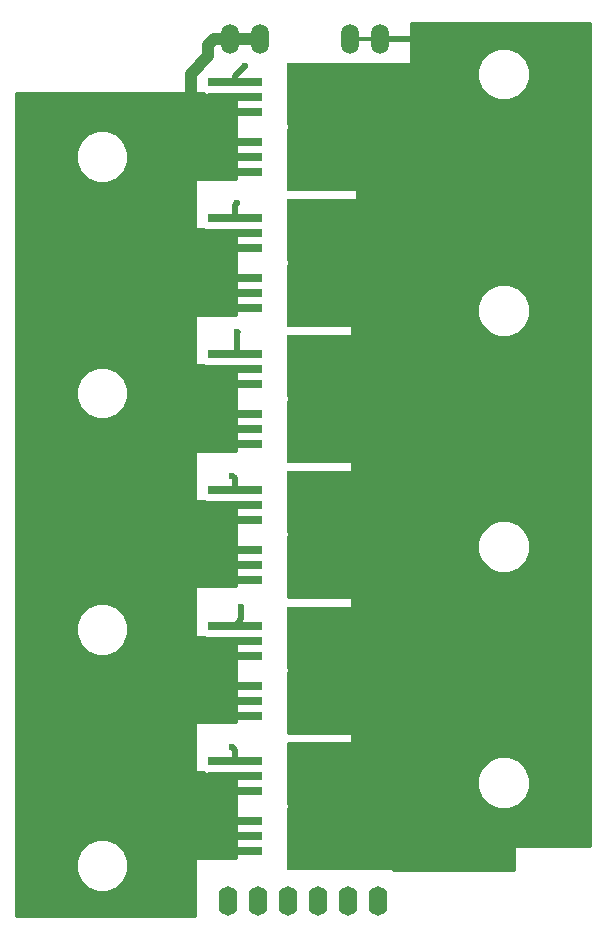
<source format=gbr>
G04 #@! TF.FileFunction,Copper,L1,Top,Signal*
%FSLAX46Y46*%
G04 Gerber Fmt 4.6, Leading zero omitted, Abs format (unit mm)*
G04 Created by KiCad (PCBNEW 4.0.4-stable) date 08/18/21 08:28:06*
%MOMM*%
%LPD*%
G01*
G04 APERTURE LIST*
%ADD10C,0.100000*%
%ADD11R,4.600000X0.800000*%
%ADD12R,9.400000X10.800000*%
%ADD13R,4.550000X5.250000*%
%ADD14O,1.520000X2.520000*%
%ADD15O,1.600000X2.500000*%
%ADD16C,0.600000*%
%ADD17C,0.350000*%
%ADD18C,1.000000*%
%ADD19C,0.500000*%
%ADD20C,0.750000*%
%ADD21C,0.254000*%
G04 APERTURE END LIST*
D10*
D11*
X154225000Y-70190000D03*
X154225000Y-71460000D03*
X154225000Y-72730000D03*
X154225000Y-75270000D03*
X154225000Y-76540000D03*
X154225000Y-77810000D03*
D12*
X163375000Y-74000000D03*
D13*
X165800000Y-76775000D03*
X160950000Y-71225000D03*
X165800000Y-71225000D03*
X160950000Y-76775000D03*
D14*
X153800000Y-55000000D03*
X156340000Y-55000000D03*
X164000000Y-55000000D03*
X166540000Y-55000000D03*
D11*
X154225000Y-116190000D03*
X154225000Y-117460000D03*
X154225000Y-118730000D03*
X154225000Y-121270000D03*
X154225000Y-122540000D03*
X154225000Y-123810000D03*
D12*
X163375000Y-120000000D03*
D13*
X165800000Y-122775000D03*
X160950000Y-117225000D03*
X165800000Y-117225000D03*
X160950000Y-122775000D03*
D11*
X154225000Y-104690000D03*
X154225000Y-105960000D03*
X154225000Y-107230000D03*
X154225000Y-109770000D03*
X154225000Y-111040000D03*
X154225000Y-112310000D03*
D12*
X163375000Y-108500000D03*
D13*
X165800000Y-111275000D03*
X160950000Y-105725000D03*
X165800000Y-105725000D03*
X160950000Y-111275000D03*
D11*
X154225000Y-93190000D03*
X154225000Y-94460000D03*
X154225000Y-95730000D03*
X154225000Y-98270000D03*
X154225000Y-99540000D03*
X154225000Y-100810000D03*
D12*
X163375000Y-97000000D03*
D13*
X165800000Y-99775000D03*
X160950000Y-94225000D03*
X165800000Y-94225000D03*
X160950000Y-99775000D03*
D11*
X154225000Y-81690000D03*
X154225000Y-82960000D03*
X154225000Y-84230000D03*
X154225000Y-86770000D03*
X154225000Y-88040000D03*
X154225000Y-89310000D03*
D12*
X163375000Y-85500000D03*
D13*
X165800000Y-88275000D03*
X160950000Y-82725000D03*
X165800000Y-82725000D03*
X160950000Y-88275000D03*
D11*
X154225000Y-58690000D03*
X154225000Y-59960000D03*
X154225000Y-61230000D03*
X154225000Y-63770000D03*
X154225000Y-65040000D03*
X154225000Y-66310000D03*
D12*
X163375000Y-62500000D03*
D13*
X165800000Y-65275000D03*
X160950000Y-59725000D03*
X165800000Y-59725000D03*
X160950000Y-65275000D03*
D15*
X153640000Y-128000000D03*
X156180000Y-128000000D03*
X158720000Y-128000000D03*
X161260000Y-128000000D03*
X163800000Y-128000000D03*
X166340000Y-128000000D03*
D16*
X146000000Y-81000000D03*
X146000000Y-80000000D03*
X146000000Y-79000000D03*
X146000000Y-78000000D03*
X146000000Y-77000000D03*
X146000000Y-76000000D03*
X146000000Y-75000000D03*
X146000000Y-74000000D03*
X146000000Y-73000000D03*
X146000000Y-72000000D03*
X146000000Y-71000000D03*
X146000000Y-70000000D03*
X146000000Y-69000000D03*
X145000000Y-69000000D03*
X145000000Y-70000000D03*
X145000000Y-71000000D03*
X145000000Y-72000000D03*
X145000000Y-73000000D03*
X145000000Y-74000000D03*
X145000000Y-75000000D03*
X145000000Y-76000000D03*
X145000000Y-77000000D03*
X145000000Y-78000000D03*
X145000000Y-79000000D03*
X145000000Y-80000000D03*
X145000000Y-81000000D03*
X144000000Y-69000000D03*
X144000000Y-70000000D03*
X144000000Y-71000000D03*
X144000000Y-72000000D03*
X144000000Y-73000000D03*
X144000000Y-74000000D03*
X144000000Y-75000000D03*
X144000000Y-76000000D03*
X144000000Y-77000000D03*
X144000000Y-78000000D03*
X144000000Y-79000000D03*
X144000000Y-80000000D03*
X144000000Y-81000000D03*
X148000000Y-74000000D03*
X148000000Y-75000000D03*
X148000000Y-76000000D03*
X148000000Y-77000000D03*
X148000000Y-78000000D03*
X148000000Y-79000000D03*
X148000000Y-80000000D03*
X148000000Y-81000000D03*
X147000000Y-81000000D03*
X147000000Y-80000000D03*
X147000000Y-79000000D03*
X147000000Y-78000000D03*
X147000000Y-77000000D03*
X147000000Y-76000000D03*
X147000000Y-75000000D03*
X147000000Y-74000000D03*
X147000000Y-73000000D03*
X147000000Y-72000000D03*
X147000000Y-71000000D03*
X147000000Y-70000000D03*
X147000000Y-69000000D03*
X148000000Y-69000000D03*
X148000000Y-70000000D03*
X148000000Y-71000000D03*
X148000000Y-72000000D03*
X148000000Y-73000000D03*
X148000000Y-119000000D03*
X148000000Y-120000000D03*
X148000000Y-121000000D03*
X146000000Y-109000000D03*
X146000000Y-110000000D03*
X146000000Y-111000000D03*
X146000000Y-112000000D03*
X144000000Y-109000000D03*
X144000000Y-110000000D03*
X144000000Y-111000000D03*
X144000000Y-112000000D03*
X144000000Y-113000000D03*
X144000000Y-114000000D03*
X144000000Y-115000000D03*
X144000000Y-116000000D03*
X144000000Y-117000000D03*
X144000000Y-118000000D03*
X144000000Y-119000000D03*
X144000000Y-120000000D03*
X144000000Y-121000000D03*
X145000000Y-121000000D03*
X145000000Y-120000000D03*
X145000000Y-119000000D03*
X145000000Y-118000000D03*
X145000000Y-117000000D03*
X145000000Y-116000000D03*
X145000000Y-115000000D03*
X145000000Y-114000000D03*
X145000000Y-113000000D03*
X145000000Y-112000000D03*
X145000000Y-111000000D03*
X145000000Y-110000000D03*
X145000000Y-109000000D03*
X147000000Y-112000000D03*
X147000000Y-111000000D03*
X147000000Y-110000000D03*
X147000000Y-109000000D03*
X148000000Y-109000000D03*
X148000000Y-110000000D03*
X148000000Y-111000000D03*
X148000000Y-112000000D03*
X148000000Y-113000000D03*
X148000000Y-114000000D03*
X148000000Y-115000000D03*
X148000000Y-116000000D03*
X148000000Y-117000000D03*
X148000000Y-118000000D03*
X147000000Y-114000000D03*
X147000000Y-115000000D03*
X147000000Y-116000000D03*
X147000000Y-117000000D03*
X147000000Y-118000000D03*
X147000000Y-119000000D03*
X147000000Y-120000000D03*
X147000000Y-121000000D03*
X146000000Y-121000000D03*
X146000000Y-120000000D03*
X146000000Y-119000000D03*
X146000000Y-118000000D03*
X146000000Y-117000000D03*
X146000000Y-116000000D03*
X146000000Y-115000000D03*
X146000000Y-114000000D03*
X146000000Y-113000000D03*
X147000000Y-113000000D03*
X148000000Y-96000000D03*
X148000000Y-97000000D03*
X148000000Y-98000000D03*
X148000000Y-99000000D03*
X148000000Y-100000000D03*
X148000000Y-101000000D03*
X144000000Y-89000000D03*
X144000000Y-90000000D03*
X144000000Y-91000000D03*
X144000000Y-92000000D03*
X144000000Y-93000000D03*
X144000000Y-94000000D03*
X144000000Y-95000000D03*
X144000000Y-96000000D03*
X144000000Y-97000000D03*
X144000000Y-98000000D03*
X144000000Y-99000000D03*
X144000000Y-100000000D03*
X144000000Y-101000000D03*
X145000000Y-101000000D03*
X145000000Y-100000000D03*
X145000000Y-99000000D03*
X145000000Y-98000000D03*
X145000000Y-97000000D03*
X145000000Y-96000000D03*
X145000000Y-95000000D03*
X145000000Y-94000000D03*
X145000000Y-93000000D03*
X145000000Y-92000000D03*
X145000000Y-91000000D03*
X145000000Y-90000000D03*
X145000000Y-89000000D03*
X146000000Y-89000000D03*
X146000000Y-90000000D03*
X146000000Y-91000000D03*
X146000000Y-92000000D03*
X146000000Y-93000000D03*
X146000000Y-94000000D03*
X146000000Y-95000000D03*
X146000000Y-96000000D03*
X146000000Y-97000000D03*
X146000000Y-98000000D03*
X146000000Y-99000000D03*
X146000000Y-100000000D03*
X146000000Y-101000000D03*
X147000000Y-101000000D03*
X147000000Y-100000000D03*
X147000000Y-99000000D03*
X147000000Y-98000000D03*
X147000000Y-97000000D03*
X147000000Y-96000000D03*
X147000000Y-95000000D03*
X147000000Y-94000000D03*
X147000000Y-93000000D03*
X147000000Y-92000000D03*
X147000000Y-91000000D03*
X147000000Y-90000000D03*
X147000000Y-89000000D03*
X148000000Y-89000000D03*
X148000000Y-90000000D03*
X148000000Y-91000000D03*
X148000000Y-92000000D03*
X148000000Y-93000000D03*
X148000000Y-94000000D03*
X148000000Y-95000000D03*
X176000000Y-65000000D03*
X175000000Y-65000000D03*
X173000000Y-65000000D03*
X174000000Y-74000000D03*
X174000000Y-73000000D03*
X174000000Y-72000000D03*
X174000000Y-71000000D03*
X174000000Y-70000000D03*
X174000000Y-69000000D03*
X174000000Y-68000000D03*
X174000000Y-67000000D03*
X175000000Y-67000000D03*
X175000000Y-68000000D03*
X175000000Y-69000000D03*
X175000000Y-70000000D03*
X175000000Y-71000000D03*
X175000000Y-72000000D03*
X175000000Y-73000000D03*
X175000000Y-74000000D03*
X176000000Y-74000000D03*
X176000000Y-73000000D03*
X176000000Y-72000000D03*
X176000000Y-71000000D03*
X176000000Y-70000000D03*
X176000000Y-69000000D03*
X176000000Y-68000000D03*
X176000000Y-67000000D03*
X176000000Y-66000000D03*
X175000000Y-66000000D03*
X174000000Y-66000000D03*
X173000000Y-66000000D03*
X172000000Y-66000000D03*
X172000000Y-65000000D03*
X174000000Y-65000000D03*
X172000000Y-72000000D03*
X173000000Y-72000000D03*
X173000000Y-71000000D03*
X173000000Y-70000000D03*
X173000000Y-69000000D03*
X173000000Y-68000000D03*
X173000000Y-67000000D03*
X172000000Y-67000000D03*
X172000000Y-68000000D03*
X172000000Y-69000000D03*
X172000000Y-70000000D03*
X172000000Y-71000000D03*
X173000000Y-73000000D03*
X172000000Y-74000000D03*
X172000000Y-73000000D03*
X173000000Y-74000000D03*
X176000000Y-64000000D03*
X175000000Y-64000000D03*
X174000000Y-64000000D03*
X173000000Y-64000000D03*
X172000000Y-64000000D03*
X172000000Y-63000000D03*
X173000000Y-63000000D03*
X174000000Y-63000000D03*
X175000000Y-63000000D03*
X176000000Y-63000000D03*
X176000000Y-62000000D03*
X175000000Y-62000000D03*
X174000000Y-62000000D03*
X173000000Y-62000000D03*
X172000000Y-62000000D03*
X172000000Y-82000000D03*
X172000000Y-83000000D03*
X172000000Y-84000000D03*
X172000000Y-85000000D03*
X176000000Y-82000000D03*
X176000000Y-83000000D03*
X176000000Y-84000000D03*
X176000000Y-85000000D03*
X176000000Y-86000000D03*
X176000000Y-87000000D03*
X176000000Y-88000000D03*
X176000000Y-89000000D03*
X176000000Y-90000000D03*
X176000000Y-91000000D03*
X174000000Y-82000000D03*
X174000000Y-83000000D03*
X174000000Y-84000000D03*
X174000000Y-85000000D03*
X174000000Y-86000000D03*
X174000000Y-87000000D03*
X174000000Y-88000000D03*
X174000000Y-89000000D03*
X174000000Y-90000000D03*
X174000000Y-91000000D03*
X174000000Y-92000000D03*
X174000000Y-93000000D03*
X174000000Y-94000000D03*
X173000000Y-82000000D03*
X173000000Y-83000000D03*
X173000000Y-84000000D03*
X173000000Y-85000000D03*
X173000000Y-86000000D03*
X173000000Y-87000000D03*
X173000000Y-88000000D03*
X173000000Y-89000000D03*
X173000000Y-90000000D03*
X173000000Y-91000000D03*
X173000000Y-92000000D03*
X173000000Y-93000000D03*
X173000000Y-94000000D03*
X172000000Y-94000000D03*
X172000000Y-93000000D03*
X172000000Y-92000000D03*
X172000000Y-91000000D03*
X172000000Y-90000000D03*
X172000000Y-89000000D03*
X172000000Y-88000000D03*
X172000000Y-87000000D03*
X172000000Y-86000000D03*
X175000000Y-82000000D03*
X175000000Y-83000000D03*
X175000000Y-84000000D03*
X175000000Y-85000000D03*
X175000000Y-86000000D03*
X175000000Y-87000000D03*
X175000000Y-88000000D03*
X175000000Y-89000000D03*
X175000000Y-90000000D03*
X175000000Y-91000000D03*
X175000000Y-92000000D03*
X175000000Y-93000000D03*
X175000000Y-94000000D03*
X176000000Y-94000000D03*
X176000000Y-93000000D03*
X176000000Y-92000000D03*
X172000000Y-102000000D03*
X172000000Y-103000000D03*
X172000000Y-104000000D03*
X172000000Y-105000000D03*
X172000000Y-106000000D03*
X172000000Y-107000000D03*
X172000000Y-108000000D03*
X176000000Y-102000000D03*
X176000000Y-103000000D03*
X176000000Y-104000000D03*
X176000000Y-105000000D03*
X176000000Y-106000000D03*
X176000000Y-107000000D03*
X176000000Y-108000000D03*
X176000000Y-109000000D03*
X176000000Y-110000000D03*
X176000000Y-111000000D03*
X176000000Y-112000000D03*
X176000000Y-113000000D03*
X176000000Y-114000000D03*
X175000000Y-114000000D03*
X175000000Y-113000000D03*
X175000000Y-112000000D03*
X175000000Y-111000000D03*
X175000000Y-110000000D03*
X175000000Y-109000000D03*
X175000000Y-108000000D03*
X175000000Y-107000000D03*
X175000000Y-106000000D03*
X175000000Y-105000000D03*
X175000000Y-104000000D03*
X175000000Y-103000000D03*
X175000000Y-102000000D03*
X174000000Y-113000000D03*
X174000000Y-114000000D03*
X174000000Y-112000000D03*
X174000000Y-111000000D03*
X174000000Y-110000000D03*
X174000000Y-109000000D03*
X174000000Y-108000000D03*
X174000000Y-107000000D03*
X174000000Y-106000000D03*
X174000000Y-105000000D03*
X174000000Y-104000000D03*
X174000000Y-103000000D03*
X174000000Y-102000000D03*
X173000000Y-102000000D03*
X173000000Y-103000000D03*
X173000000Y-104000000D03*
X173000000Y-105000000D03*
X173000000Y-106000000D03*
X173000000Y-107000000D03*
X173000000Y-108000000D03*
X173000000Y-109000000D03*
X173000000Y-110000000D03*
X173000000Y-111000000D03*
X173000000Y-112000000D03*
X173000000Y-113000000D03*
X173000000Y-114000000D03*
X172000000Y-114000000D03*
X172000000Y-113000000D03*
X172000000Y-112000000D03*
X172000000Y-111000000D03*
X172000000Y-110000000D03*
X172000000Y-109000000D03*
X154000000Y-115000000D03*
X154800000Y-103100000D03*
X154000000Y-92000000D03*
X154400000Y-79800000D03*
X154400000Y-68900000D03*
X155100000Y-57300000D03*
D17*
X145000000Y-81000000D02*
X144000000Y-81000000D01*
X146000000Y-81000000D02*
X146000000Y-80000000D01*
X146000000Y-79000000D02*
X146000000Y-78000000D01*
X146000000Y-77000000D02*
X146000000Y-76000000D01*
X146000000Y-75000000D02*
X146000000Y-74000000D01*
X146000000Y-73000000D02*
X146000000Y-72000000D01*
X146000000Y-71000000D02*
X146000000Y-70000000D01*
X146000000Y-69000000D02*
X145000000Y-69000000D01*
X145000000Y-70000000D02*
X145000000Y-71000000D01*
X145000000Y-72000000D02*
X145000000Y-73000000D01*
X145000000Y-74000000D02*
X145000000Y-75000000D01*
X145000000Y-76000000D02*
X145000000Y-77000000D01*
X145000000Y-78000000D02*
X145000000Y-79000000D01*
X145000000Y-80000000D02*
X145000000Y-81000000D01*
X144000000Y-70000000D02*
X144000000Y-69000000D01*
X144000000Y-72000000D02*
X144000000Y-71000000D01*
X144000000Y-74000000D02*
X144000000Y-73000000D01*
X144000000Y-76000000D02*
X144000000Y-75000000D01*
X144000000Y-78000000D02*
X144000000Y-77000000D01*
X144000000Y-80000000D02*
X144000000Y-79000000D01*
X148000000Y-76000000D02*
X148000000Y-75000000D01*
X148000000Y-78000000D02*
X148000000Y-77000000D01*
X148000000Y-80000000D02*
X148000000Y-79000000D01*
X147000000Y-81000000D02*
X148000000Y-81000000D01*
X154225000Y-72730000D02*
X148270000Y-72730000D01*
X147000000Y-79000000D02*
X147000000Y-80000000D01*
X147000000Y-77000000D02*
X147000000Y-78000000D01*
X147000000Y-75000000D02*
X147000000Y-76000000D01*
X147000000Y-73000000D02*
X147000000Y-74000000D01*
X147000000Y-71000000D02*
X147000000Y-72000000D01*
X147000000Y-69000000D02*
X147000000Y-70000000D01*
X148000000Y-70000000D02*
X148000000Y-69000000D01*
X148000000Y-72000000D02*
X148000000Y-71000000D01*
X148270000Y-72730000D02*
X148000000Y-73000000D01*
X147000000Y-121000000D02*
X148000000Y-121000000D01*
X148000000Y-120000000D02*
X148000000Y-119000000D01*
X146000000Y-109000000D02*
X145000000Y-109000000D01*
X146000000Y-111000000D02*
X146000000Y-110000000D01*
X147000000Y-112000000D02*
X146000000Y-112000000D01*
X144000000Y-111000000D02*
X144000000Y-110000000D01*
X144000000Y-113000000D02*
X144000000Y-112000000D01*
X144000000Y-115000000D02*
X144000000Y-114000000D01*
X144000000Y-117000000D02*
X144000000Y-116000000D01*
X144000000Y-119000000D02*
X144000000Y-118000000D01*
X144000000Y-121000000D02*
X144000000Y-120000000D01*
X145000000Y-120000000D02*
X145000000Y-121000000D01*
X145000000Y-118000000D02*
X145000000Y-119000000D01*
X145000000Y-116000000D02*
X145000000Y-117000000D01*
X145000000Y-114000000D02*
X145000000Y-115000000D01*
X145000000Y-112000000D02*
X145000000Y-113000000D01*
X145000000Y-110000000D02*
X145000000Y-111000000D01*
X154225000Y-118730000D02*
X148730000Y-118730000D01*
X147000000Y-110000000D02*
X147000000Y-111000000D01*
X148000000Y-109000000D02*
X147000000Y-109000000D01*
X148000000Y-111000000D02*
X148000000Y-110000000D01*
X148000000Y-113000000D02*
X148000000Y-112000000D01*
X148000000Y-115000000D02*
X148000000Y-114000000D01*
X148000000Y-117000000D02*
X148000000Y-116000000D01*
X148730000Y-118730000D02*
X148000000Y-118000000D01*
X147000000Y-112000000D02*
X147000000Y-114000000D01*
X147000000Y-115000000D02*
X147000000Y-116000000D01*
X147000000Y-117000000D02*
X147000000Y-118000000D01*
X147000000Y-119000000D02*
X147000000Y-120000000D01*
X147000000Y-121000000D02*
X146000000Y-121000000D01*
X146000000Y-120000000D02*
X146000000Y-119000000D01*
X146000000Y-118000000D02*
X146000000Y-117000000D01*
X146000000Y-116000000D02*
X146000000Y-115000000D01*
X146000000Y-114000000D02*
X146000000Y-113000000D01*
X147000000Y-113000000D02*
X147000000Y-112000000D01*
X148000000Y-97000000D02*
X148000000Y-96000000D01*
X148000000Y-99000000D02*
X148000000Y-98000000D01*
X148000000Y-101000000D02*
X148000000Y-100000000D01*
X154225000Y-95730000D02*
X148730000Y-95730000D01*
X144000000Y-90000000D02*
X144000000Y-89000000D01*
X144000000Y-92000000D02*
X144000000Y-91000000D01*
X144000000Y-94000000D02*
X144000000Y-93000000D01*
X144000000Y-96000000D02*
X144000000Y-95000000D01*
X144000000Y-98000000D02*
X144000000Y-97000000D01*
X144000000Y-100000000D02*
X144000000Y-99000000D01*
X145000000Y-101000000D02*
X144000000Y-101000000D01*
X145000000Y-99000000D02*
X145000000Y-100000000D01*
X145000000Y-97000000D02*
X145000000Y-98000000D01*
X145000000Y-95000000D02*
X145000000Y-96000000D01*
X145000000Y-93000000D02*
X145000000Y-94000000D01*
X145000000Y-91000000D02*
X145000000Y-92000000D01*
X145000000Y-89000000D02*
X145000000Y-90000000D01*
X146000000Y-90000000D02*
X146000000Y-89000000D01*
X146000000Y-92000000D02*
X146000000Y-91000000D01*
X146000000Y-94000000D02*
X146000000Y-93000000D01*
X146000000Y-96000000D02*
X146000000Y-95000000D01*
X146000000Y-98000000D02*
X146000000Y-97000000D01*
X146000000Y-100000000D02*
X146000000Y-99000000D01*
X147000000Y-101000000D02*
X146000000Y-101000000D01*
X147000000Y-99000000D02*
X147000000Y-100000000D01*
X147000000Y-97000000D02*
X147000000Y-98000000D01*
X147000000Y-95000000D02*
X147000000Y-96000000D01*
X147000000Y-93000000D02*
X147000000Y-94000000D01*
X147000000Y-91000000D02*
X147000000Y-92000000D01*
X147000000Y-89000000D02*
X147000000Y-90000000D01*
X148000000Y-90000000D02*
X148000000Y-89000000D01*
X148000000Y-92000000D02*
X148000000Y-91000000D01*
X148000000Y-94000000D02*
X148000000Y-93000000D01*
X148730000Y-95730000D02*
X148000000Y-95000000D01*
D18*
X152000000Y-56500000D02*
X152000000Y-55500000D01*
X156040000Y-55000000D02*
X153500000Y-55000000D01*
X153500000Y-55000000D02*
X152500000Y-55000000D01*
X152500000Y-55000000D02*
X152000000Y-55500000D01*
X152000000Y-56500000D02*
X150500000Y-58000000D01*
X150500000Y-58000000D02*
X150500000Y-60500000D01*
D19*
X156040000Y-55000000D02*
X153500000Y-55000000D01*
X153500000Y-55000000D02*
X152500000Y-55000000D01*
X152500000Y-55000000D02*
X152000000Y-55500000D01*
X152000000Y-56500000D02*
X150500000Y-58000000D01*
X150500000Y-58000000D02*
X150500000Y-60000000D01*
X175000000Y-65000000D02*
X176000000Y-65000000D01*
X174000000Y-73000000D02*
X174000000Y-74000000D01*
X174000000Y-71000000D02*
X174000000Y-72000000D01*
X174000000Y-69000000D02*
X174000000Y-70000000D01*
X174000000Y-67000000D02*
X174000000Y-68000000D01*
X175000000Y-68000000D02*
X175000000Y-67000000D01*
X175000000Y-70000000D02*
X175000000Y-69000000D01*
X175000000Y-72000000D02*
X175000000Y-71000000D01*
X175000000Y-74000000D02*
X175000000Y-73000000D01*
X176000000Y-73000000D02*
X176000000Y-74000000D01*
X176000000Y-71000000D02*
X176000000Y-72000000D01*
X176000000Y-69000000D02*
X176000000Y-70000000D01*
X176000000Y-67000000D02*
X176000000Y-68000000D01*
X175000000Y-66000000D02*
X176000000Y-66000000D01*
X173000000Y-66000000D02*
X174000000Y-66000000D01*
X172000000Y-65000000D02*
X172000000Y-66000000D01*
X174000000Y-65000000D02*
X173000000Y-65000000D01*
X173000000Y-71000000D02*
X173000000Y-70000000D01*
X173000000Y-69000000D02*
X173000000Y-68000000D01*
X173000000Y-67000000D02*
X172000000Y-67000000D01*
X172000000Y-68000000D02*
X172000000Y-69000000D01*
X172000000Y-70000000D02*
X172000000Y-71000000D01*
X172000000Y-73000000D02*
X172000000Y-74000000D01*
X173000000Y-74000000D02*
X173000000Y-72000000D01*
X176000000Y-64000000D02*
X176000000Y-65000000D01*
X174000000Y-64000000D02*
X175000000Y-64000000D01*
X172000000Y-64000000D02*
X173000000Y-64000000D01*
X173000000Y-63000000D02*
X172000000Y-63000000D01*
X175000000Y-63000000D02*
X174000000Y-63000000D01*
X176000000Y-62000000D02*
X176000000Y-63000000D01*
X174000000Y-62000000D02*
X175000000Y-62000000D01*
X172000000Y-62000000D02*
X173000000Y-62000000D01*
D17*
X164000000Y-55000000D02*
X166540000Y-55000000D01*
X172000000Y-83000000D02*
X172000000Y-82000000D01*
X172000000Y-85000000D02*
X172000000Y-84000000D01*
X176000000Y-91000000D02*
X176000000Y-92000000D01*
X176000000Y-83000000D02*
X176000000Y-84000000D01*
X176000000Y-85000000D02*
X176000000Y-86000000D01*
X176000000Y-87000000D02*
X176000000Y-88000000D01*
X176000000Y-89000000D02*
X176000000Y-90000000D01*
X174000000Y-83000000D02*
X174000000Y-84000000D01*
X174000000Y-85000000D02*
X174000000Y-86000000D01*
X174000000Y-87000000D02*
X174000000Y-88000000D01*
X174000000Y-89000000D02*
X174000000Y-90000000D01*
X174000000Y-91000000D02*
X174000000Y-92000000D01*
X174000000Y-93000000D02*
X174000000Y-94000000D01*
X163375000Y-85500000D02*
X171500000Y-85500000D01*
X173000000Y-84000000D02*
X173000000Y-83000000D01*
X173000000Y-86000000D02*
X173000000Y-85000000D01*
X173000000Y-88000000D02*
X173000000Y-87000000D01*
X173000000Y-90000000D02*
X173000000Y-89000000D01*
X173000000Y-92000000D02*
X173000000Y-91000000D01*
X173000000Y-94000000D02*
X173000000Y-93000000D01*
X172000000Y-93000000D02*
X172000000Y-94000000D01*
X172000000Y-91000000D02*
X172000000Y-92000000D01*
X172000000Y-89000000D02*
X172000000Y-90000000D01*
X172000000Y-87000000D02*
X172000000Y-88000000D01*
X171500000Y-85500000D02*
X172000000Y-86000000D01*
X173000000Y-82000000D02*
X174000000Y-82000000D01*
X175000000Y-84000000D02*
X175000000Y-83000000D01*
X175000000Y-86000000D02*
X175000000Y-85000000D01*
X175000000Y-88000000D02*
X175000000Y-87000000D01*
X175000000Y-90000000D02*
X175000000Y-89000000D01*
X175000000Y-92000000D02*
X175000000Y-91000000D01*
X175000000Y-94000000D02*
X175000000Y-93000000D01*
X175000000Y-82000000D02*
X176000000Y-82000000D01*
X176000000Y-93000000D02*
X176000000Y-94000000D01*
X172000000Y-109000000D02*
X172000000Y-108000000D01*
X172000000Y-103000000D02*
X172000000Y-102000000D01*
X172000000Y-105000000D02*
X172000000Y-104000000D01*
X172000000Y-107000000D02*
X172000000Y-106000000D01*
X174000000Y-102000000D02*
X175000000Y-102000000D01*
X176000000Y-104000000D02*
X176000000Y-103000000D01*
X176000000Y-106000000D02*
X176000000Y-105000000D01*
X176000000Y-108000000D02*
X176000000Y-107000000D01*
X176000000Y-110000000D02*
X176000000Y-109000000D01*
X176000000Y-112000000D02*
X176000000Y-111000000D01*
X176000000Y-114000000D02*
X176000000Y-113000000D01*
X175000000Y-113000000D02*
X175000000Y-114000000D01*
X175000000Y-111000000D02*
X175000000Y-112000000D01*
X175000000Y-109000000D02*
X175000000Y-110000000D01*
X175000000Y-107000000D02*
X175000000Y-108000000D01*
X175000000Y-105000000D02*
X175000000Y-106000000D01*
X175000000Y-103000000D02*
X175000000Y-104000000D01*
X163375000Y-108500000D02*
X171500000Y-108500000D01*
X174000000Y-112000000D02*
X174000000Y-114000000D01*
X174000000Y-110000000D02*
X174000000Y-111000000D01*
X174000000Y-108000000D02*
X174000000Y-109000000D01*
X174000000Y-106000000D02*
X174000000Y-107000000D01*
X174000000Y-104000000D02*
X174000000Y-105000000D01*
X174000000Y-102000000D02*
X174000000Y-103000000D01*
X173000000Y-103000000D02*
X173000000Y-102000000D01*
X173000000Y-105000000D02*
X173000000Y-104000000D01*
X173000000Y-107000000D02*
X173000000Y-106000000D01*
X173000000Y-109000000D02*
X173000000Y-108000000D01*
X173000000Y-111000000D02*
X173000000Y-110000000D01*
X173000000Y-113000000D02*
X173000000Y-112000000D01*
X172000000Y-114000000D02*
X173000000Y-114000000D01*
X172000000Y-112000000D02*
X172000000Y-113000000D01*
X172000000Y-110000000D02*
X172000000Y-111000000D01*
X171500000Y-108500000D02*
X172000000Y-109000000D01*
D19*
X166540000Y-55000000D02*
X169500000Y-55000000D01*
D20*
X163375000Y-120000000D02*
X170000000Y-120000000D01*
D19*
X154000000Y-115000000D02*
X154225000Y-115225000D01*
X154225000Y-115225000D02*
X154225000Y-116190000D01*
X154800000Y-103100000D02*
X154800000Y-104115000D01*
X154800000Y-104115000D02*
X154225000Y-104690000D01*
X154800000Y-103100000D02*
X154800000Y-103200000D01*
X154000000Y-92000000D02*
X154225000Y-92225000D01*
X154225000Y-92225000D02*
X154225000Y-93190000D01*
X154400000Y-79800000D02*
X154400000Y-81515000D01*
X154400000Y-81515000D02*
X154225000Y-81690000D01*
X154400000Y-79800000D02*
X154500000Y-79800000D01*
X154225000Y-69075000D02*
X154225000Y-70190000D01*
X154400000Y-68900000D02*
X154225000Y-69075000D01*
X154225000Y-58175000D02*
X154225000Y-58690000D01*
X155100000Y-57300000D02*
X154225000Y-58175000D01*
D21*
G36*
X151673110Y-59686431D02*
X151925000Y-59737440D01*
X154373000Y-59737440D01*
X154373000Y-66873000D01*
X151000000Y-66873000D01*
X150950590Y-66883006D01*
X150908965Y-66911447D01*
X150881685Y-66953841D01*
X150873000Y-67000000D01*
X150873000Y-71000000D01*
X150883006Y-71049410D01*
X150911447Y-71091035D01*
X150953841Y-71118315D01*
X151000000Y-71127000D01*
X151586130Y-71127000D01*
X151673110Y-71186431D01*
X151925000Y-71237440D01*
X154373000Y-71237440D01*
X154373000Y-78373000D01*
X151000000Y-78373000D01*
X150950590Y-78383006D01*
X150908965Y-78411447D01*
X150881685Y-78453841D01*
X150873000Y-78500000D01*
X150873000Y-82500000D01*
X150883006Y-82549410D01*
X150911447Y-82591035D01*
X150953841Y-82618315D01*
X151000000Y-82627000D01*
X151586130Y-82627000D01*
X151673110Y-82686431D01*
X151925000Y-82737440D01*
X154373000Y-82737440D01*
X154373000Y-89873000D01*
X151000000Y-89873000D01*
X150950590Y-89883006D01*
X150908965Y-89911447D01*
X150881685Y-89953841D01*
X150873000Y-90000000D01*
X150873000Y-94000000D01*
X150883006Y-94049410D01*
X150911447Y-94091035D01*
X150953841Y-94118315D01*
X151000000Y-94127000D01*
X151586130Y-94127000D01*
X151673110Y-94186431D01*
X151925000Y-94237440D01*
X154373000Y-94237440D01*
X154373000Y-101373000D01*
X151000000Y-101373000D01*
X150950590Y-101383006D01*
X150908965Y-101411447D01*
X150881685Y-101453841D01*
X150873000Y-101500000D01*
X150873000Y-105500000D01*
X150883006Y-105549410D01*
X150911447Y-105591035D01*
X150953841Y-105618315D01*
X151000000Y-105627000D01*
X151586130Y-105627000D01*
X151673110Y-105686431D01*
X151925000Y-105737440D01*
X154373000Y-105737440D01*
X154373000Y-112873000D01*
X151000000Y-112873000D01*
X150950590Y-112883006D01*
X150908965Y-112911447D01*
X150881685Y-112953841D01*
X150873000Y-113000000D01*
X150873000Y-117000000D01*
X150883006Y-117049410D01*
X150911447Y-117091035D01*
X150953841Y-117118315D01*
X151000000Y-117127000D01*
X151586130Y-117127000D01*
X151673110Y-117186431D01*
X151925000Y-117237440D01*
X154373000Y-117237440D01*
X154373000Y-124373000D01*
X151000000Y-124373000D01*
X150950590Y-124383006D01*
X150908965Y-124411447D01*
X150881685Y-124453841D01*
X150873000Y-124500000D01*
X150873000Y-129290000D01*
X135710000Y-129290000D01*
X135710000Y-125442619D01*
X140764613Y-125442619D01*
X141104155Y-126264372D01*
X141732321Y-126893636D01*
X142553481Y-127234611D01*
X143442619Y-127235387D01*
X144264372Y-126895845D01*
X144893636Y-126267679D01*
X145234611Y-125446519D01*
X145235387Y-124557381D01*
X144895845Y-123735628D01*
X144267679Y-123106364D01*
X143446519Y-122765389D01*
X142557381Y-122764613D01*
X141735628Y-123104155D01*
X141106364Y-123732321D01*
X140765389Y-124553481D01*
X140764613Y-125442619D01*
X135710000Y-125442619D01*
X135710000Y-105442619D01*
X140764613Y-105442619D01*
X141104155Y-106264372D01*
X141732321Y-106893636D01*
X142553481Y-107234611D01*
X143442619Y-107235387D01*
X144264372Y-106895845D01*
X144893636Y-106267679D01*
X145234611Y-105446519D01*
X145235387Y-104557381D01*
X144895845Y-103735628D01*
X144267679Y-103106364D01*
X143446519Y-102765389D01*
X142557381Y-102764613D01*
X141735628Y-103104155D01*
X141106364Y-103732321D01*
X140765389Y-104553481D01*
X140764613Y-105442619D01*
X135710000Y-105442619D01*
X135710000Y-85442619D01*
X140764613Y-85442619D01*
X141104155Y-86264372D01*
X141732321Y-86893636D01*
X142553481Y-87234611D01*
X143442619Y-87235387D01*
X144264372Y-86895845D01*
X144893636Y-86267679D01*
X145234611Y-85446519D01*
X145235387Y-84557381D01*
X144895845Y-83735628D01*
X144267679Y-83106364D01*
X143446519Y-82765389D01*
X142557381Y-82764613D01*
X141735628Y-83104155D01*
X141106364Y-83732321D01*
X140765389Y-84553481D01*
X140764613Y-85442619D01*
X135710000Y-85442619D01*
X135710000Y-65442619D01*
X140764613Y-65442619D01*
X141104155Y-66264372D01*
X141732321Y-66893636D01*
X142553481Y-67234611D01*
X143442619Y-67235387D01*
X144264372Y-66895845D01*
X144893636Y-66267679D01*
X145234611Y-65446519D01*
X145235387Y-64557381D01*
X144895845Y-63735628D01*
X144267679Y-63106364D01*
X143446519Y-62765389D01*
X142557381Y-62764613D01*
X141735628Y-63104155D01*
X141106364Y-63732321D01*
X140765389Y-64553481D01*
X140764613Y-65442619D01*
X135710000Y-65442619D01*
X135710000Y-59627000D01*
X151586130Y-59627000D01*
X151673110Y-59686431D01*
X151673110Y-59686431D01*
G37*
X151673110Y-59686431D02*
X151925000Y-59737440D01*
X154373000Y-59737440D01*
X154373000Y-66873000D01*
X151000000Y-66873000D01*
X150950590Y-66883006D01*
X150908965Y-66911447D01*
X150881685Y-66953841D01*
X150873000Y-67000000D01*
X150873000Y-71000000D01*
X150883006Y-71049410D01*
X150911447Y-71091035D01*
X150953841Y-71118315D01*
X151000000Y-71127000D01*
X151586130Y-71127000D01*
X151673110Y-71186431D01*
X151925000Y-71237440D01*
X154373000Y-71237440D01*
X154373000Y-78373000D01*
X151000000Y-78373000D01*
X150950590Y-78383006D01*
X150908965Y-78411447D01*
X150881685Y-78453841D01*
X150873000Y-78500000D01*
X150873000Y-82500000D01*
X150883006Y-82549410D01*
X150911447Y-82591035D01*
X150953841Y-82618315D01*
X151000000Y-82627000D01*
X151586130Y-82627000D01*
X151673110Y-82686431D01*
X151925000Y-82737440D01*
X154373000Y-82737440D01*
X154373000Y-89873000D01*
X151000000Y-89873000D01*
X150950590Y-89883006D01*
X150908965Y-89911447D01*
X150881685Y-89953841D01*
X150873000Y-90000000D01*
X150873000Y-94000000D01*
X150883006Y-94049410D01*
X150911447Y-94091035D01*
X150953841Y-94118315D01*
X151000000Y-94127000D01*
X151586130Y-94127000D01*
X151673110Y-94186431D01*
X151925000Y-94237440D01*
X154373000Y-94237440D01*
X154373000Y-101373000D01*
X151000000Y-101373000D01*
X150950590Y-101383006D01*
X150908965Y-101411447D01*
X150881685Y-101453841D01*
X150873000Y-101500000D01*
X150873000Y-105500000D01*
X150883006Y-105549410D01*
X150911447Y-105591035D01*
X150953841Y-105618315D01*
X151000000Y-105627000D01*
X151586130Y-105627000D01*
X151673110Y-105686431D01*
X151925000Y-105737440D01*
X154373000Y-105737440D01*
X154373000Y-112873000D01*
X151000000Y-112873000D01*
X150950590Y-112883006D01*
X150908965Y-112911447D01*
X150881685Y-112953841D01*
X150873000Y-113000000D01*
X150873000Y-117000000D01*
X150883006Y-117049410D01*
X150911447Y-117091035D01*
X150953841Y-117118315D01*
X151000000Y-117127000D01*
X151586130Y-117127000D01*
X151673110Y-117186431D01*
X151925000Y-117237440D01*
X154373000Y-117237440D01*
X154373000Y-124373000D01*
X151000000Y-124373000D01*
X150950590Y-124383006D01*
X150908965Y-124411447D01*
X150881685Y-124453841D01*
X150873000Y-124500000D01*
X150873000Y-129290000D01*
X135710000Y-129290000D01*
X135710000Y-125442619D01*
X140764613Y-125442619D01*
X141104155Y-126264372D01*
X141732321Y-126893636D01*
X142553481Y-127234611D01*
X143442619Y-127235387D01*
X144264372Y-126895845D01*
X144893636Y-126267679D01*
X145234611Y-125446519D01*
X145235387Y-124557381D01*
X144895845Y-123735628D01*
X144267679Y-123106364D01*
X143446519Y-122765389D01*
X142557381Y-122764613D01*
X141735628Y-123104155D01*
X141106364Y-123732321D01*
X140765389Y-124553481D01*
X140764613Y-125442619D01*
X135710000Y-125442619D01*
X135710000Y-105442619D01*
X140764613Y-105442619D01*
X141104155Y-106264372D01*
X141732321Y-106893636D01*
X142553481Y-107234611D01*
X143442619Y-107235387D01*
X144264372Y-106895845D01*
X144893636Y-106267679D01*
X145234611Y-105446519D01*
X145235387Y-104557381D01*
X144895845Y-103735628D01*
X144267679Y-103106364D01*
X143446519Y-102765389D01*
X142557381Y-102764613D01*
X141735628Y-103104155D01*
X141106364Y-103732321D01*
X140765389Y-104553481D01*
X140764613Y-105442619D01*
X135710000Y-105442619D01*
X135710000Y-85442619D01*
X140764613Y-85442619D01*
X141104155Y-86264372D01*
X141732321Y-86893636D01*
X142553481Y-87234611D01*
X143442619Y-87235387D01*
X144264372Y-86895845D01*
X144893636Y-86267679D01*
X145234611Y-85446519D01*
X145235387Y-84557381D01*
X144895845Y-83735628D01*
X144267679Y-83106364D01*
X143446519Y-82765389D01*
X142557381Y-82764613D01*
X141735628Y-83104155D01*
X141106364Y-83732321D01*
X140765389Y-84553481D01*
X140764613Y-85442619D01*
X135710000Y-85442619D01*
X135710000Y-65442619D01*
X140764613Y-65442619D01*
X141104155Y-66264372D01*
X141732321Y-66893636D01*
X142553481Y-67234611D01*
X143442619Y-67235387D01*
X144264372Y-66895845D01*
X144893636Y-66267679D01*
X145234611Y-65446519D01*
X145235387Y-64557381D01*
X144895845Y-63735628D01*
X144267679Y-63106364D01*
X143446519Y-62765389D01*
X142557381Y-62764613D01*
X141735628Y-63104155D01*
X141106364Y-63732321D01*
X140765389Y-64553481D01*
X140764613Y-65442619D01*
X135710000Y-65442619D01*
X135710000Y-59627000D01*
X151586130Y-59627000D01*
X151673110Y-59686431D01*
G36*
X184290000Y-123373000D02*
X178000000Y-123373000D01*
X177950590Y-123383006D01*
X177908965Y-123411447D01*
X177881685Y-123453841D01*
X177873000Y-123500000D01*
X177873000Y-125373000D01*
X167627000Y-125373000D01*
X167627000Y-122500000D01*
X167616994Y-122450590D01*
X167588553Y-122408965D01*
X167546159Y-122381685D01*
X167500000Y-122373000D01*
X164127000Y-122373000D01*
X164127000Y-118442619D01*
X174764613Y-118442619D01*
X175104155Y-119264372D01*
X175732321Y-119893636D01*
X176553481Y-120234611D01*
X177442619Y-120235387D01*
X178264372Y-119895845D01*
X178893636Y-119267679D01*
X179234611Y-118446519D01*
X179235387Y-117557381D01*
X178895845Y-116735628D01*
X178267679Y-116106364D01*
X177446519Y-115765389D01*
X176557381Y-115764613D01*
X175735628Y-116104155D01*
X175106364Y-116732321D01*
X174765389Y-117553481D01*
X174764613Y-118442619D01*
X164127000Y-118442619D01*
X164127000Y-98442619D01*
X174764613Y-98442619D01*
X175104155Y-99264372D01*
X175732321Y-99893636D01*
X176553481Y-100234611D01*
X177442619Y-100235387D01*
X178264372Y-99895845D01*
X178893636Y-99267679D01*
X179234611Y-98446519D01*
X179235387Y-97557381D01*
X178895845Y-96735628D01*
X178267679Y-96106364D01*
X177446519Y-95765389D01*
X176557381Y-95764613D01*
X175735628Y-96104155D01*
X175106364Y-96732321D01*
X174765389Y-97553481D01*
X174764613Y-98442619D01*
X164127000Y-98442619D01*
X164127000Y-78442619D01*
X174764613Y-78442619D01*
X175104155Y-79264372D01*
X175732321Y-79893636D01*
X176553481Y-80234611D01*
X177442619Y-80235387D01*
X178264372Y-79895845D01*
X178893636Y-79267679D01*
X179234611Y-78446519D01*
X179235387Y-77557381D01*
X178895845Y-76735628D01*
X178267679Y-76106364D01*
X177446519Y-75765389D01*
X176557381Y-75764613D01*
X175735628Y-76104155D01*
X175106364Y-76732321D01*
X174765389Y-77553481D01*
X174764613Y-78442619D01*
X164127000Y-78442619D01*
X164127000Y-76627000D01*
X164500000Y-76627000D01*
X164549410Y-76616994D01*
X164591035Y-76588553D01*
X164618315Y-76546159D01*
X164627000Y-76500000D01*
X164627000Y-67000000D01*
X164616994Y-66950590D01*
X164588553Y-66908965D01*
X164546159Y-66881685D01*
X164500000Y-66873000D01*
X163627000Y-66873000D01*
X163627000Y-59127000D01*
X167500000Y-59127000D01*
X167549410Y-59116994D01*
X167591035Y-59088553D01*
X167618315Y-59046159D01*
X167627000Y-59000000D01*
X167627000Y-58442619D01*
X174764613Y-58442619D01*
X175104155Y-59264372D01*
X175732321Y-59893636D01*
X176553481Y-60234611D01*
X177442619Y-60235387D01*
X178264372Y-59895845D01*
X178893636Y-59267679D01*
X179234611Y-58446519D01*
X179235387Y-57557381D01*
X178895845Y-56735628D01*
X178267679Y-56106364D01*
X177446519Y-55765389D01*
X176557381Y-55764613D01*
X175735628Y-56104155D01*
X175106364Y-56732321D01*
X174765389Y-57553481D01*
X174764613Y-58442619D01*
X167627000Y-58442619D01*
X167627000Y-57127000D01*
X169000000Y-57127000D01*
X169049410Y-57116994D01*
X169091035Y-57088553D01*
X169118315Y-57046159D01*
X169127000Y-57000000D01*
X169127000Y-53710000D01*
X184290000Y-53710000D01*
X184290000Y-123373000D01*
X184290000Y-123373000D01*
G37*
X184290000Y-123373000D02*
X178000000Y-123373000D01*
X177950590Y-123383006D01*
X177908965Y-123411447D01*
X177881685Y-123453841D01*
X177873000Y-123500000D01*
X177873000Y-125373000D01*
X167627000Y-125373000D01*
X167627000Y-122500000D01*
X167616994Y-122450590D01*
X167588553Y-122408965D01*
X167546159Y-122381685D01*
X167500000Y-122373000D01*
X164127000Y-122373000D01*
X164127000Y-118442619D01*
X174764613Y-118442619D01*
X175104155Y-119264372D01*
X175732321Y-119893636D01*
X176553481Y-120234611D01*
X177442619Y-120235387D01*
X178264372Y-119895845D01*
X178893636Y-119267679D01*
X179234611Y-118446519D01*
X179235387Y-117557381D01*
X178895845Y-116735628D01*
X178267679Y-116106364D01*
X177446519Y-115765389D01*
X176557381Y-115764613D01*
X175735628Y-116104155D01*
X175106364Y-116732321D01*
X174765389Y-117553481D01*
X174764613Y-118442619D01*
X164127000Y-118442619D01*
X164127000Y-98442619D01*
X174764613Y-98442619D01*
X175104155Y-99264372D01*
X175732321Y-99893636D01*
X176553481Y-100234611D01*
X177442619Y-100235387D01*
X178264372Y-99895845D01*
X178893636Y-99267679D01*
X179234611Y-98446519D01*
X179235387Y-97557381D01*
X178895845Y-96735628D01*
X178267679Y-96106364D01*
X177446519Y-95765389D01*
X176557381Y-95764613D01*
X175735628Y-96104155D01*
X175106364Y-96732321D01*
X174765389Y-97553481D01*
X174764613Y-98442619D01*
X164127000Y-98442619D01*
X164127000Y-78442619D01*
X174764613Y-78442619D01*
X175104155Y-79264372D01*
X175732321Y-79893636D01*
X176553481Y-80234611D01*
X177442619Y-80235387D01*
X178264372Y-79895845D01*
X178893636Y-79267679D01*
X179234611Y-78446519D01*
X179235387Y-77557381D01*
X178895845Y-76735628D01*
X178267679Y-76106364D01*
X177446519Y-75765389D01*
X176557381Y-75764613D01*
X175735628Y-76104155D01*
X175106364Y-76732321D01*
X174765389Y-77553481D01*
X174764613Y-78442619D01*
X164127000Y-78442619D01*
X164127000Y-76627000D01*
X164500000Y-76627000D01*
X164549410Y-76616994D01*
X164591035Y-76588553D01*
X164618315Y-76546159D01*
X164627000Y-76500000D01*
X164627000Y-67000000D01*
X164616994Y-66950590D01*
X164588553Y-66908965D01*
X164546159Y-66881685D01*
X164500000Y-66873000D01*
X163627000Y-66873000D01*
X163627000Y-59127000D01*
X167500000Y-59127000D01*
X167549410Y-59116994D01*
X167591035Y-59088553D01*
X167618315Y-59046159D01*
X167627000Y-59000000D01*
X167627000Y-58442619D01*
X174764613Y-58442619D01*
X175104155Y-59264372D01*
X175732321Y-59893636D01*
X176553481Y-60234611D01*
X177442619Y-60235387D01*
X178264372Y-59895845D01*
X178893636Y-59267679D01*
X179234611Y-58446519D01*
X179235387Y-57557381D01*
X178895845Y-56735628D01*
X178267679Y-56106364D01*
X177446519Y-55765389D01*
X176557381Y-55764613D01*
X175735628Y-56104155D01*
X175106364Y-56732321D01*
X174765389Y-57553481D01*
X174764613Y-58442619D01*
X167627000Y-58442619D01*
X167627000Y-57127000D01*
X169000000Y-57127000D01*
X169049410Y-57116994D01*
X169091035Y-57088553D01*
X169118315Y-57046159D01*
X169127000Y-57000000D01*
X169127000Y-53710000D01*
X184290000Y-53710000D01*
X184290000Y-123373000D01*
M02*

</source>
